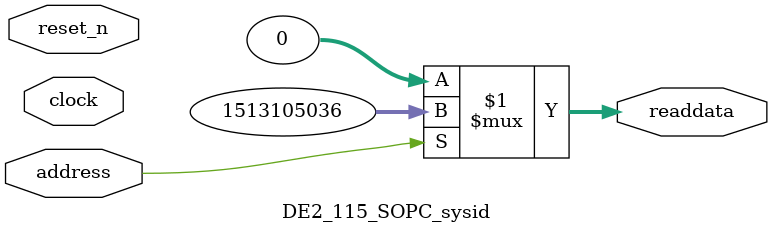
<source format=v>

`timescale 1ns / 1ps
// synthesis translate_on

// turn off superfluous verilog processor warnings 
// altera message_level Level1 
// altera message_off 10034 10035 10036 10037 10230 10240 10030 

module DE2_115_SOPC_sysid (
               // inputs:
                address,
                clock,
                reset_n,

               // outputs:
                readdata
             )
;

  output  [ 31: 0] readdata;
  input            address;
  input            clock;
  input            reset_n;

  wire    [ 31: 0] readdata;
  //control_slave, which is an e_avalon_slave
  assign readdata = address ? 1513105036 : 0;

endmodule




</source>
